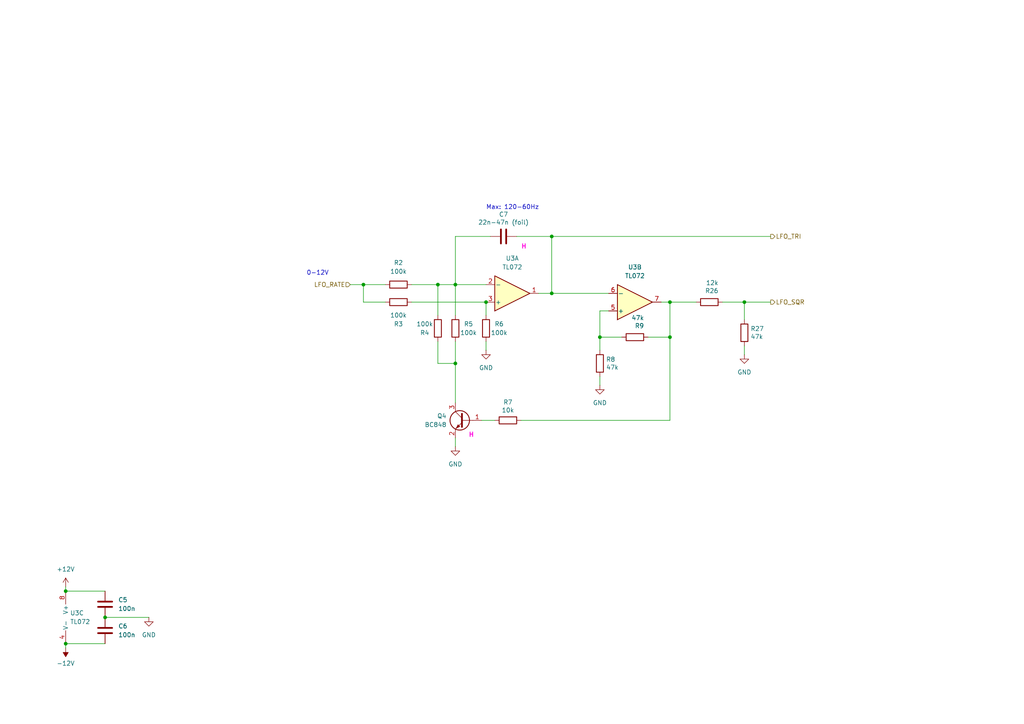
<source format=kicad_sch>
(kicad_sch (version 20250114) (generator "eeschema") (generator_version "9.0")
  (paper "A4")
  (lib_symbols
    (symbol "Amplifier_Operational:TL072" (pin_names (offset 0.127))
      (property "Reference" "U" (at 0 5.08 0))
      (property "Value" "TL072" (at 0 -5.08 0))
      (symbol "TL072_1_1"
        (polyline (pts (xy -5.08 5.08) (xy 5.08 0) (xy -5.08 -5.08) (xy -5.08 5.08)) (stroke (width 0.254)) (fill (type background)))
        (pin input line (at -7.62 2.54 0) (length 2.54) (name "+") (number "3"))
        (pin input line (at -7.62 -2.54 0) (length 2.54) (name "-") (number "2"))
        (pin output line (at 7.62 0 180) (length 2.54) (name "~") (number "1"))
      )
      (symbol "TL072_2_1"
        (polyline (pts (xy -5.08 5.08) (xy 5.08 0) (xy -5.08 -5.08) (xy -5.08 5.08)) (stroke (width 0.254)) (fill (type background)))
        (pin input line (at -7.62 2.54 0) (length 2.54) (name "+") (number "5"))
        (pin input line (at -7.62 -2.54 0) (length 2.54) (name "-") (number "6"))
        (pin output line (at 7.62 0 180) (length 2.54) (name "~") (number "7"))
      )
      (symbol "TL072_3_1"
        (pin power_in line (at -2.54 7.62 270) (length 3.81) (name "V+") (number "8"))
        (pin power_in line (at -2.54 -7.62 90) (length 3.81) (name "V-") (number "4"))
      )
    )
    (symbol "Device:C" (pin_numbers (hide yes)) (pin_names (offset 0.254))
      (property "Reference" "C" (at 0.635 2.54 0))
      (property "Value" "C" (at 0.635 -2.54 0))
      (symbol "C_0_1"
        (polyline (pts (xy -2.032 0.762) (xy 2.032 0.762)) (stroke (width 0.508)))
        (polyline (pts (xy -2.032 -0.762) (xy 2.032 -0.762)) (stroke (width 0.508)))
      )
      (symbol "C_1_1"
        (pin passive line (at 0 3.81 270) (length 2.794) (name "~") (number "1"))
        (pin passive line (at 0 -3.81 90) (length 2.794) (name "~") (number "2"))
      )
    )
    (symbol "Device:R" (pin_numbers (hide yes)) (pin_names (offset 0))
      (property "Reference" "R" (at 2.032 0 90))
      (property "Value" "R" (at 0 0 90))
      (symbol "R_0_1"
        (rectangle (start -1.016 -2.54) (end 1.016 2.54) (stroke (width 0.254)))
      )
      (symbol "R_1_1"
        (pin passive line (at 0 3.81 270) (length 1.27) (name "~") (number "1"))
        (pin passive line (at 0 -3.81 90) (length 1.27) (name "~") (number "2"))
      )
    )
    (symbol "Transistor_BJT:BC848" (pin_names (offset 0) (hide yes))
      (property "Reference" "Q" (at 5.08 1.905 0))
      (property "Value" "BC848" (at 5.08 0 0))
      (symbol "BC848_0_1"
        (polyline (pts (xy -2.54 0) (xy 0.635 0)))
        (polyline (pts (xy 0.635 1.905) (xy 0.635 -1.905)) (stroke (width 0.508)))
        (circle (center 1.27 0) (radius 2.8194) (stroke (width 0.254)))
      )
      (symbol "BC848_1_1"
        (polyline (pts (xy 0.635 0.635) (xy 2.54 2.54)))
        (polyline (pts (xy 0.635 -0.635) (xy 2.54 -2.54)))
        (polyline (pts (xy 1.27 -1.778) (xy 1.778 -1.27) (xy 2.286 -2.286) (xy 1.27 -1.778)) (fill (type outline)))
        (pin input line (at -5.08 0 0) (length 2.54) (name "B") (number "1"))
        (pin passive line (at 2.54 5.08 270) (length 2.54) (name "C") (number "3"))
        (pin passive line (at 2.54 -5.08 90) (length 2.54) (name "E") (number "2"))
      )
    )
    (symbol "power:+12V" (power) (pin_numbers (hide yes)) (pin_names (offset 0) (hide yes))
      (property "Value" "+12V" (at 0 3.556 0))
      (symbol "+12V_0_1"
        (polyline (pts (xy -0.762 1.27) (xy 0 2.54)))
        (polyline (pts (xy 0 2.54) (xy 0.762 1.27)))
        (polyline (pts (xy 0 0) (xy 0 2.54)))
      )
      (symbol "+12V_1_1"
        (pin power_in line (at 0 0 90) (length 0) (name "~") (number "1"))
      )
    )
    (symbol "power:-12V" (power) (pin_numbers (hide yes)) (pin_names (offset 0) (hide yes))
      (property "Value" "-12V" (at 0 3.556 0))
      (symbol "-12V_0_0"
        (pin power_in line (at 0 0 90) (length 0) (name "~") (number "1"))
      )
      (symbol "-12V_0_1"
        (polyline (pts (xy 0 0) (xy 0 1.27) (xy 0.762 1.27) (xy 0 2.54) (xy -0.762 1.27) (xy 0 1.27)) (fill (type outline)))
      )
    )
    (symbol "power:GND" (power) (pin_numbers (hide yes)) (pin_names (offset 0) (hide yes))
      (property "Value" "GND" (at 0 -3.81 0))
      (symbol "GND_0_1"
        (polyline (pts (xy 0 0) (xy 0 -1.27) (xy 1.27 -1.27) (xy 0 -2.54) (xy -1.27 -1.27) (xy 0 -1.27)))
      )
      (symbol "GND_1_1"
        (pin power_in line (at 0 0 270) (length 0) (name "~") (number "1"))
      )
    )
  )
  (text "H" (at 135.89 127 0) (effects (font (size 1.27 1.27) (thickness 0.254) (bold yes)) (justify left bottom)))
  (text "Max: 120-60Hz" (at 140.97 60.96 0) (effects (font (size 1.27 1.27)) (justify left bottom)))
  (text "0-12V" (at 88.9 80.01 0) (effects (font (size 1.27 1.27)) (justify left bottom)))
  (text "H" (at 151.13 72.39 0) (effects (font (size 1.27 1.27) (thickness 0.254) (bold yes)) (justify left bottom)))
  (junction (at 194.31 97.79))
  (junction (at 160.02 85.09))
  (junction (at 19.05 186.69))
  (junction (at 194.31 87.63))
  (junction (at 132.08 105.41))
  (junction (at 160.02 68.58))
  (junction (at 173.99 97.79))
  (junction (at 105.41 82.55))
  (junction (at 30.48 179.07))
  (junction (at 140.97 87.63))
  (junction (at 19.05 171.45))
  (junction (at 215.9 87.63))
  (junction (at 127 82.55))
  (junction (at 132.08 82.55))
  (wire (pts (xy 149.86 68.58) (xy 160.02 68.58)))
  (wire (pts (xy 143.51 121.92) (xy 139.7 121.92)))
  (wire (pts (xy 173.99 111.76) (xy 173.99 109.22)))
  (wire (pts (xy 173.99 90.17) (xy 173.99 97.79)))
  (wire (pts (xy 194.31 121.92) (xy 151.13 121.92)))
  (wire (pts (xy 127 99.06) (xy 127 105.41)))
  (wire (pts (xy 119.38 82.55) (xy 127 82.55)))
  (wire (pts (xy 132.08 116.84) (xy 132.08 105.41)))
  (wire (pts (xy 127 82.55) (xy 132.08 82.55)))
  (wire (pts (xy 160.02 85.09) (xy 176.53 85.09)))
  (wire (pts (xy 160.02 68.58) (xy 223.52 68.58)))
  (wire (pts (xy 19.05 171.45) (xy 30.48 171.45)))
  (wire (pts (xy 127 91.44) (xy 127 82.55)))
  (wire (pts (xy 187.96 97.79) (xy 194.31 97.79)))
  (wire (pts (xy 194.31 87.63) (xy 194.31 97.79)))
  (wire (pts (xy 132.08 82.55) (xy 132.08 91.44)))
  (wire (pts (xy 160.02 85.09) (xy 156.21 85.09)))
  (wire (pts (xy 160.02 68.58) (xy 160.02 85.09)))
  (wire (pts (xy 119.38 87.63) (xy 140.97 87.63)))
  (wire (pts (xy 111.76 87.63) (xy 105.41 87.63)))
  (wire (pts (xy 101.6 82.55) (xy 105.41 82.55)))
  (wire (pts (xy 140.97 87.63) (xy 140.97 91.44)))
  (wire (pts (xy 180.34 97.79) (xy 173.99 97.79)))
  (wire (pts (xy 191.77 87.63) (xy 194.31 87.63)))
  (wire (pts (xy 132.08 129.54) (xy 132.08 127)))
  (wire (pts (xy 215.9 87.63) (xy 215.9 92.71)))
  (wire (pts (xy 132.08 68.58) (xy 142.24 68.58)))
  (wire (pts (xy 132.08 82.55) (xy 140.97 82.55)))
  (wire (pts (xy 19.05 186.69) (xy 30.48 186.69)))
  (wire (pts (xy 140.97 101.6) (xy 140.97 99.06)))
  (wire (pts (xy 215.9 102.87) (xy 215.9 100.33)))
  (wire (pts (xy 194.31 87.63) (xy 201.93 87.63)))
  (wire (pts (xy 176.53 90.17) (xy 173.99 90.17)))
  (wire (pts (xy 30.48 179.07) (xy 43.18 179.07)))
  (wire (pts (xy 215.9 87.63) (xy 223.52 87.63)))
  (wire (pts (xy 105.41 82.55) (xy 111.76 82.55)))
  (wire (pts (xy 127 105.41) (xy 132.08 105.41)))
  (wire (pts (xy 19.05 187.96) (xy 19.05 186.69)))
  (wire (pts (xy 19.05 170.18) (xy 19.05 171.45)))
  (wire (pts (xy 209.55 87.63) (xy 215.9 87.63)))
  (wire (pts (xy 132.08 105.41) (xy 132.08 99.06)))
  (wire (pts (xy 132.08 68.58) (xy 132.08 82.55)))
  (wire (pts (xy 194.31 97.79) (xy 194.31 121.92)))
  (wire (pts (xy 105.41 87.63) (xy 105.41 82.55)))
  (wire (pts (xy 173.99 97.79) (xy 173.99 101.6)))
  (hierarchical_label "LFO_TRI" (shape output) (at 223.52 68.58 0))
  (hierarchical_label "LFO_RATE" (shape input) (at 101.6 82.55 180))
  (hierarchical_label "LFO_SQR" (shape output) (at 223.52 87.63 0))
  (symbol (lib_id "power:GND") (at 140.97 101.6 0) (unit 1)
    (property "Reference" "#PWR08" (effects (hide yes)))
    (property "Value" "GND" (at 140.97 106.68 0))
    (property "Description" "Power symbol creates a global label with name \"GND\" , ground" (effects (hide yes)))
  )
  (symbol (lib_id "power:GND") (at 173.99 111.76 0) (unit 1)
    (property "Reference" "#PWR09" (effects (hide yes)))
    (property "Value" "GND" (at 173.99 116.84 0))
    (property "Description" "Power symbol creates a global label with name \"GND\" , ground" (effects (hide yes)))
  )
  (symbol (lib_id "Device:C") (at 30.48 182.88 0) (unit 1)
    (property "Reference" "C6" (at 34.29 181.61 0) (effects (justify left)))
    (property "Value" "100n" (at 34.29 184.15 0) (effects (justify left)))
    (property "Footprint" "Capacitor_SMD:C_0603_1608Metric" (effects (hide yes)))
    (property "LCSC" "C14663" (effects (hide yes)))
    (property "Vendor" "JLCPCB" (effects (hide yes)))
  )
  (symbol (lib_id "Amplifier_Operational:TL072") (at 21.59 179.07 0) (unit 3)
    (property "Reference" "U3" (at 20.32 177.8 0) (effects (justify left)))
    (property "Value" "TL072" (at 20.32 180.34 0) (effects (justify left)))
    (property "Footprint" "Package_SO:SOIC-8_3.9x4.9mm_P1.27mm" (effects (hide yes)))
    (property "Datasheet" "http://www.ti.com/lit/ds/symlink/tl071.pdf" (effects (hide yes)))
    (property "LCSC" "C6961" (effects (hide yes)))
    (property "Vendor" "JLCPCB" (effects (hide yes)))
  )
  (symbol (lib_id "Device:R") (at 147.32 121.92 270) (unit 1)
    (property "Reference" "R7" (at 147.32 116.6622 90))
    (property "Value" "10k" (at 147.32 118.9736 90))
    (property "Footprint" "Resistor_SMD:R_0603_1608Metric" (effects (hide yes)))
    (property "LCSC" "C25804" (effects (hide yes)))
    (property "Vendor" "JLCPCB" (effects (hide yes)))
  )
  (symbol (lib_id "Device:R") (at 184.15 97.79 90) (unit 1)
    (property "Reference" "R9" (at 186.817 94.5134 90) (effects (justify left)))
    (property "Value" "47k" (at 186.817 92.202 90) (effects (justify left)))
    (property "Footprint" "Resistor_SMD:R_0603_1608Metric" (effects (hide yes)))
    (property "LCSC" "C25819" (effects (hide yes)))
    (property "Vendor" "JLCPCB" (effects (hide yes)))
  )
  (symbol (lib_id "Device:C") (at 146.05 68.58 270) (unit 1)
    (property "Reference" "C7" (at 146.05 62.1792 90))
    (property "Value" "22n-47n (foil)" (at 146.05 64.4906 90))
    (property "Footprint" "Capacitor_THT:C_Rect_L7.0mm_W2.5mm_P5.00mm" (effects (hide yes)))
    (property "Part No." "80-R82EC1330AA50K " (effects (hide yes)))
    (property "Part URL" "https://mou.sr/3BhmOHr" (effects (hide yes)))
    (property "Vendor" "Mouser" (effects (hide yes)))
  )
  (symbol (lib_id "power:GND") (at 43.18 179.07 0) (unit 1)
    (property "Reference" "#PWR06" (effects (hide yes)))
    (property "Value" "GND" (at 43.18 184.15 0))
    (property "Description" "Power symbol creates a global label with name \"GND\" , ground" (effects (hide yes)))
  )
  (symbol (lib_id "Device:R") (at 140.97 95.25 0) (unit 1)
    (property "Reference" "R6" (at 144.78 93.98 0))
    (property "Value" "100k" (at 144.78 96.52 0))
    (property "Footprint" "Resistor_SMD:R_0603_1608Metric" (effects (hide yes)))
    (property "LCSC" "C25803" (effects (hide yes)))
    (property "Vendor" "JLCPCB" (effects (hide yes)))
  )
  (symbol (lib_id "Device:R") (at 127 95.25 180) (unit 1)
    (property "Reference" "R4" (at 123.19 96.52 0))
    (property "Value" "100k" (at 123.19 93.98 0))
    (property "Footprint" "Resistor_SMD:R_0603_1608Metric" (effects (hide yes)))
    (property "LCSC" "C25803" (effects (hide yes)))
    (property "Vendor" "JLCPCB" (effects (hide yes)))
  )
  (symbol (lib_id "Device:R") (at 115.57 82.55 90) (unit 1)
    (property "Reference" "R2" (at 115.57 76.2 90))
    (property "Value" "100k" (at 115.57 78.74 90))
    (property "Footprint" "Resistor_SMD:R_0603_1608Metric" (effects (hide yes)))
    (property "LCSC" "C25803" (effects (hide yes)))
    (property "Vendor" "JLCPCB" (effects (hide yes)))
  )
  (symbol (lib_id "power:+12V") (at 19.05 170.18 0) (unit 1)
    (property "Reference" "#PWR04" (effects (hide yes)))
    (property "Value" "+12V" (at 19.05 165.1 0))
    (property "Description" "Power symbol creates a global label with name \"+12V\"" (effects (hide yes)))
  )
  (symbol (lib_id "Device:C") (at 30.48 175.26 0) (unit 1)
    (property "Reference" "C5" (at 34.29 173.99 0) (effects (justify left)))
    (property "Value" "100n" (at 34.29 176.53 0) (effects (justify left)))
    (property "Footprint" "Capacitor_SMD:C_0603_1608Metric" (effects (hide yes)))
    (property "LCSC" "C14663" (effects (hide yes)))
    (property "Vendor" "JLCPCB" (effects (hide yes)))
  )
  (symbol (lib_id "Device:R") (at 115.57 87.63 270) (unit 1)
    (property "Reference" "R3" (at 115.57 93.98 90))
    (property "Value" "100k" (at 115.57 91.44 90))
    (property "Footprint" "Resistor_SMD:R_0603_1608Metric" (effects (hide yes)))
    (property "LCSC" "C25803" (effects (hide yes)))
    (property "Vendor" "JLCPCB" (effects (hide yes)))
  )
  (symbol (lib_id "power:GND") (at 215.9 102.87 0) (unit 1)
    (property "Reference" "#PWR038" (effects (hide yes)))
    (property "Value" "GND" (at 215.9 107.95 0))
    (property "Description" "Power symbol creates a global label with name \"GND\" , ground" (effects (hide yes)))
  )
  (symbol (lib_id "Transistor_BJT:BC848") (at 134.62 121.92 0) (mirror y) (unit 1)
    (property "Reference" "Q4" (at 129.54 120.6499 0) (effects (justify left)))
    (property "Value" "BC848" (at 129.54 123.1899 0) (effects (justify left)))
    (property "Footprint" "Package_TO_SOT_SMD:SOT-23" (effects (hide yes)))
    (property "Datasheet" "https://jlcpcb.com/api/file/downloadByFileSystemAccessId/8588885176806494208" (effects (hide yes)))
    (property "Description" "0.1A Ic, 30V Vce, NPN Transistor, SOT-23" (effects (hide yes)))
    (property "Vendor" "JLCPCB" (effects (hide yes)))
    (property "LCSC" "C458985" (effects (hide yes)))
  )
  (symbol (lib_id "power:-12V") (at 19.05 187.96 180) (unit 1)
    (property "Reference" "#PWR05" (effects (hide yes)))
    (property "Value" "-12V" (at 19.05 192.405 0))
    (property "Description" "Power symbol creates a global label with name \"-12V\"" (effects (hide yes)))
  )
  (symbol (lib_id "Device:R") (at 132.08 95.25 0) (unit 1)
    (property "Reference" "R5" (at 135.89 93.98 0))
    (property "Value" "100k" (at 135.89 96.52 0))
    (property "Footprint" "Resistor_SMD:R_0603_1608Metric" (effects (hide yes)))
    (property "LCSC" "C25803" (effects (hide yes)))
    (property "Vendor" "JLCPCB" (effects (hide yes)))
  )
  (symbol (lib_id "Device:R") (at 215.9 96.52 0) (unit 1)
    (property "Reference" "R27" (at 217.678 95.3516 0) (effects (justify left)))
    (property "Value" "47k" (at 217.678 97.663 0) (effects (justify left)))
    (property "Footprint" "Resistor_SMD:R_0603_1608Metric" (effects (hide yes)))
    (property "LCSC" "C25819" (effects (hide yes)))
    (property "Vendor" "JLCPCB" (effects (hide yes)))
  )
  (symbol (lib_id "Amplifier_Operational:TL072") (at 184.15 87.63 0) (mirror x) (unit 2)
    (property "Reference" "U3" (at 184.15 77.47 0))
    (property "Value" "TL072" (at 184.15 80.01 0))
    (property "Footprint" "Package_SO:SOIC-8_3.9x4.9mm_P1.27mm" (effects (hide yes)))
    (property "Datasheet" "http://www.ti.com/lit/ds/symlink/tl071.pdf" (effects (hide yes)))
    (property "LCSC" "C6961" (effects (hide yes)))
    (property "Vendor" "JLCPCB" (effects (hide yes)))
  )
  (symbol (lib_id "Device:R") (at 205.74 87.63 90) (unit 1)
    (property "Reference" "R26" (at 208.407 84.3534 90) (effects (justify left)))
    (property "Value" "12k" (at 208.407 82.042 90) (effects (justify left)))
    (property "Footprint" "Resistor_SMD:R_0603_1608Metric" (effects (hide yes)))
    (property "Vendor" "JLCPCB" (effects (hide yes)))
  )
  (symbol (lib_id "power:GND") (at 132.08 129.54 0) (unit 1)
    (property "Reference" "#PWR07" (effects (hide yes)))
    (property "Value" "GND" (at 132.08 134.62 0))
    (property "Description" "Power symbol creates a global label with name \"GND\" , ground" (effects (hide yes)))
  )
  (symbol (lib_id "Amplifier_Operational:TL072") (at 148.59 85.09 0) (mirror x) (unit 1)
    (property "Reference" "U3" (at 148.59 74.93 0))
    (property "Value" "TL072" (at 148.59 77.47 0))
    (property "Footprint" "Package_SO:SOIC-8_3.9x4.9mm_P1.27mm" (effects (hide yes)))
    (property "Datasheet" "http://www.ti.com/lit/ds/symlink/tl071.pdf" (effects (hide yes)))
    (property "LCSC" "C6961" (effects (hide yes)))
    (property "Vendor" "JLCPCB" (effects (hide yes)))
  )
  (symbol (lib_id "Device:R") (at 173.99 105.41 0) (unit 1)
    (property "Reference" "R8" (at 175.768 104.2416 0) (effects (justify left)))
    (property "Value" "47k" (at 175.768 106.553 0) (effects (justify left)))
    (property "Footprint" "Resistor_SMD:R_0603_1608Metric" (effects (hide yes)))
    (property "LCSC" "C25819" (effects (hide yes)))
    (property "Vendor" "JLCPCB" (effects (hide yes)))
  )
)
</source>
